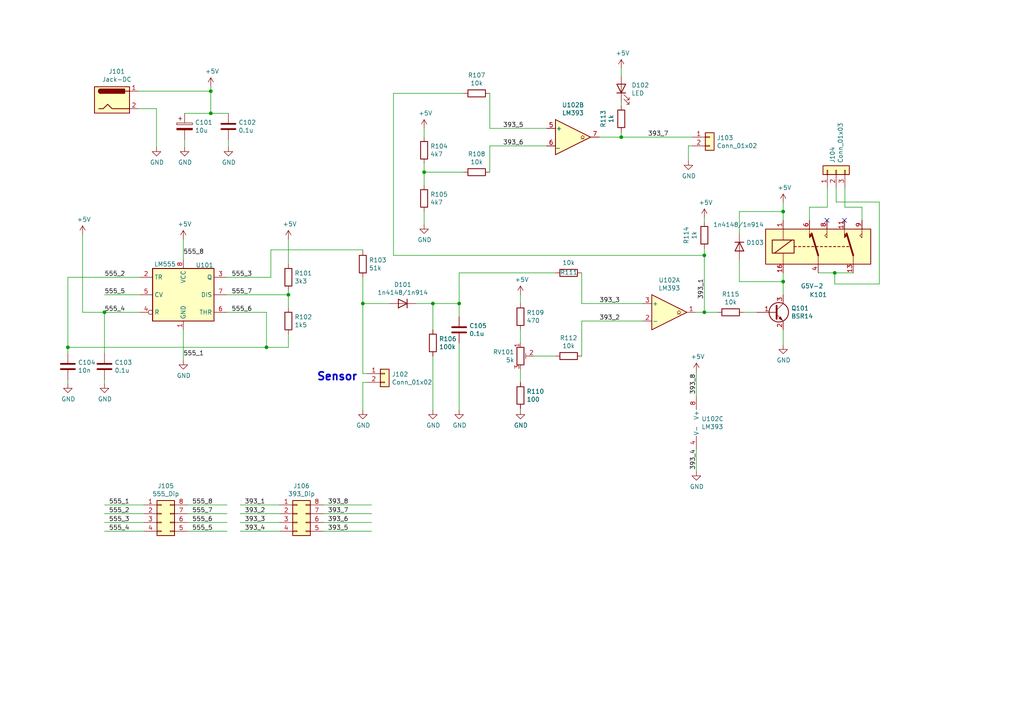
<source format=kicad_sch>
(kicad_sch (version 20211123) (generator eeschema)
  (paper "A4")
  (title_block (title "Water leak detector") (date "2023-04-04") (rev "V1.2") (company "ENT/CNPEM") (comment 1 "SEI - Electronic Systems and Instrumentation Group"))
  (lib_symbols
    (symbol "sensor_vazamento_racks_SMD-rescue:+5V-power" (power) (pin_names (offset 0))
      (property "Value" "+5V-power" (at 0 3.556 0))
      (symbol "+5V-power_0_1"
        (polyline (pts (xy -0.762 1.27) (xy 0 2.54)))
        (polyline (pts (xy 0 0) (xy 0 2.54)))
        (polyline (pts (xy 0 2.54) (xy 0.762 1.27)))
      )
      (symbol "+5V-power_1_1"
        (pin power_in line (at 0 0 90) (length 0) hide (name "+5V") (number "1"))
      )
    )
    (symbol "sensor_vazamento_racks_SMD-rescue:C-Device" (pin_numbers hide) (pin_names (offset 0.254))
      (property "Reference" "C" (at 0.635 2.54 0))
      (property "Value" "C-Device" (at 0.635 -2.54 0))
      (symbol "C-Device_0_1"
        (polyline (pts (xy -2.032 -0.762) (xy 2.032 -0.762)) (stroke (width 0.508)))
        (polyline (pts (xy -2.032 0.762) (xy 2.032 0.762)) (stroke (width 0.508)))
      )
      (symbol "C-Device_1_1"
        (pin passive line (at 0 3.81 270) (length 2.794) (name "~") (number "1"))
        (pin passive line (at 0 -3.81 90) (length 2.794) (name "~") (number "2"))
      )
    )
    (symbol "sensor_vazamento_racks_SMD-rescue:CP-Device" (pin_numbers hide) (pin_names (offset 0.254))
      (property "Reference" "C" (at 0.635 2.54 0))
      (property "Value" "CP-Device" (at 0.635 -2.54 0))
      (symbol "CP-Device_0_1"
        (rectangle (start -2.286 0.508) (end 2.286 1.016))
        (polyline (pts (xy -1.778 2.286) (xy -0.762 2.286)))
        (polyline (pts (xy -1.27 2.794) (xy -1.27 1.778)))
        (rectangle (start 2.286 -0.508) (end -2.286 -1.016) (fill (type outline)))
      )
      (symbol "CP-Device_1_1"
        (pin passive line (at 0 3.81 270) (length 2.794) (name "~") (number "1"))
        (pin passive line (at 0 -3.81 90) (length 2.794) (name "~") (number "2"))
      )
    )
    (symbol "sensor_vazamento_racks_SMD-rescue:Conn_01x02-Connector_Generic" (pin_names (offset 1.016) hide)
      (property "Reference" "J" (at 0 2.54 0))
      (property "Value" "Conn_01x02-Connector_Generic" (at 0 -5.08 0))
      (symbol "Conn_01x02-Connector_Generic_1_1"
        (rectangle (start -1.27 -2.413) (end 0 -2.667) (stroke (width 0.1524)))
        (rectangle (start -1.27 0.127) (end 0 -0.127) (stroke (width 0.1524)))
        (rectangle (start -1.27 1.27) (end 1.27 -3.81) (stroke (width 0.254)) (fill (type background)))
        (pin passive line (at -5.08 0 0) (length 3.81) (name "Pin_1") (number "1"))
        (pin passive line (at -5.08 -2.54 0) (length 3.81) (name "Pin_2") (number "2"))
      )
    )
    (symbol "sensor_vazamento_racks_SMD-rescue:Conn_01x03-Connector_Generic" (pin_names (offset 1.016) hide)
      (property "Reference" "J" (at 0 5.08 0))
      (property "Value" "Conn_01x03-Connector_Generic" (at 0 -5.08 0))
      (symbol "Conn_01x03-Connector_Generic_1_1"
        (rectangle (start -1.27 -2.413) (end 0 -2.667) (stroke (width 0.1524)))
        (rectangle (start -1.27 0.127) (end 0 -0.127) (stroke (width 0.1524)))
        (rectangle (start -1.27 2.667) (end 0 2.413) (stroke (width 0.1524)))
        (rectangle (start -1.27 3.81) (end 1.27 -3.81) (stroke (width 0.254)) (fill (type background)))
        (pin passive line (at -5.08 2.54 0) (length 3.81) (name "Pin_1") (number "1"))
        (pin passive line (at -5.08 0 0) (length 3.81) (name "Pin_2") (number "2"))
        (pin passive line (at -5.08 -2.54 0) (length 3.81) (name "Pin_3") (number "3"))
      )
    )
    (symbol "sensor_vazamento_racks_SMD-rescue:Conn_02x04_Counter_Clockwise-Connector_Generic" (pin_names (offset 1.016) hide)
      (property "Reference" "J" (at 1.27 5.08 0))
      (property "Value" "Conn_02x04_Counter_Clockwise-Connector_Generic" (at 1.27 -7.62 0))
      (symbol "Conn_02x04_Counter_Clockwise-Connector_Generic_1_1"
        (rectangle (start -1.27 -4.953) (end 0 -5.207) (stroke (width 0.1524)))
        (rectangle (start -1.27 -2.413) (end 0 -2.667) (stroke (width 0.1524)))
        (rectangle (start -1.27 0.127) (end 0 -0.127) (stroke (width 0.1524)))
        (rectangle (start -1.27 2.667) (end 0 2.413) (stroke (width 0.1524)))
        (rectangle (start -1.27 3.81) (end 3.81 -6.35) (stroke (width 0.254)) (fill (type background)))
        (rectangle (start 3.81 -4.953) (end 2.54 -5.207) (stroke (width 0.1524)))
        (rectangle (start 3.81 -2.413) (end 2.54 -2.667) (stroke (width 0.1524)))
        (rectangle (start 3.81 0.127) (end 2.54 -0.127) (stroke (width 0.1524)))
        (rectangle (start 3.81 2.667) (end 2.54 2.413) (stroke (width 0.1524)))
        (pin passive line (at -5.08 2.54 0) (length 3.81) (name "Pin_1") (number "1"))
        (pin passive line (at -5.08 0 0) (length 3.81) (name "Pin_2") (number "2"))
        (pin passive line (at -5.08 -2.54 0) (length 3.81) (name "Pin_3") (number "3"))
        (pin passive line (at -5.08 -5.08 0) (length 3.81) (name "Pin_4") (number "4"))
        (pin passive line (at 7.62 -5.08 180) (length 3.81) (name "Pin_5") (number "5"))
        (pin passive line (at 7.62 -2.54 180) (length 3.81) (name "Pin_6") (number "6"))
        (pin passive line (at 7.62 0 180) (length 3.81) (name "Pin_7") (number "7"))
        (pin passive line (at 7.62 2.54 180) (length 3.81) (name "Pin_8") (number "8"))
      )
    )
    (symbol "sensor_vazamento_racks_SMD-rescue:D-Device" (pin_numbers hide) (pin_names (offset 1.016) hide)
      (property "Reference" "D" (at 0 2.54 0))
      (property "Value" "D-Device" (at 0 -2.54 0))
      (symbol "D-Device_0_1"
        (polyline (pts (xy -1.27 1.27) (xy -1.27 -1.27)) (stroke (width 0.254)))
        (polyline (pts (xy 1.27 0) (xy -1.27 0)))
        (polyline (pts (xy 1.27 1.27) (xy 1.27 -1.27) (xy -1.27 0) (xy 1.27 1.27)) (stroke (width 0.254)))
      )
      (symbol "D-Device_1_1"
        (pin passive line (at -3.81 0 0) (length 2.54) (name "K") (number "1"))
        (pin passive line (at 3.81 0 180) (length 2.54) (name "A") (number "2"))
      )
    )
    (symbol "sensor_vazamento_racks_SMD-rescue:G5V-2-Relay"
      (property "Reference" "K" (at 16.51 3.81 0))
      (property "Value" "G5V-2-Relay" (at 16.51 1.27 0))
      (symbol "G5V-2-Relay_0_1"
        (rectangle (start -15.24 5.08) (end 15.24 -5.08) (stroke (width 0.254)) (fill (type background)))
        (rectangle (start -13.335 1.905) (end -6.985 -1.905) (stroke (width 0.254)))
        (polyline (pts (xy -12.7 -1.905) (xy -7.62 1.905)) (stroke (width 0.254)))
        (polyline (pts (xy -10.16 -5.08) (xy -10.16 -1.905)))
        (polyline (pts (xy -10.16 5.08) (xy -10.16 1.905)))
        (polyline (pts (xy -6.985 0) (xy -6.35 0)) (stroke (width 0.254)))
        (polyline (pts (xy -5.715 0) (xy -5.08 0)) (stroke (width 0.254)))
        (polyline (pts (xy -4.445 0) (xy -3.81 0)) (stroke (width 0.254)))
        (polyline (pts (xy -3.175 0) (xy -2.54 0)) (stroke (width 0.254)))
        (polyline (pts (xy -1.905 0) (xy -1.27 0)) (stroke (width 0.254)))
        (polyline (pts (xy -0.635 0) (xy 0 0)) (stroke (width 0.254)))
        (polyline (pts (xy 0 -2.54) (xy -1.905 3.81)) (stroke (width 0.508)))
        (polyline (pts (xy 0 -2.54) (xy 0 -5.08)))
        (polyline (pts (xy 0.635 0) (xy 1.27 0)) (stroke (width 0.254)))
        (polyline (pts (xy 1.905 0) (xy 2.54 0)) (stroke (width 0.254)))
        (polyline (pts (xy 3.175 0) (xy 3.81 0)) (stroke (width 0.254)))
        (polyline (pts (xy 4.445 0) (xy 5.08 0)) (stroke (width 0.254)))
        (polyline (pts (xy 5.715 0) (xy 6.35 0)) (stroke (width 0.254)))
        (polyline (pts (xy 6.985 0) (xy 7.62 0)) (stroke (width 0.254)))
        (polyline (pts (xy 8.255 0) (xy 8.89 0)) (stroke (width 0.254)))
        (polyline (pts (xy 10.16 -2.54) (xy 8.255 3.81)) (stroke (width 0.508)))
        (polyline (pts (xy 10.16 -2.54) (xy 10.16 -5.08)))
        (polyline (pts (xy -2.54 5.08) (xy -2.54 2.54) (xy -1.905 3.175) (xy -2.54 3.81)) (fill (type outline)))
        (polyline (pts (xy 2.54 5.08) (xy 2.54 2.54) (xy 1.905 3.175) (xy 2.54 3.81)))
        (polyline (pts (xy 7.62 5.08) (xy 7.62 2.54) (xy 8.255 3.175) (xy 7.62 3.81)) (fill (type outline)))
        (polyline (pts (xy 12.7 5.08) (xy 12.7 2.54) (xy 12.065 3.175) (xy 12.7 3.81)))
      )
      (symbol "G5V-2-Relay_1_1"
        (pin passive line (at -10.16 7.62 270) (length 2.54) (name "~") (number "1"))
        (pin passive line (at 7.62 7.62 270) (length 2.54) (name "~") (number "11"))
        (pin passive line (at 10.16 -7.62 90) (length 2.54) (name "~") (number "13"))
        (pin passive line (at -10.16 -7.62 90) (length 2.54) (name "~") (number "16"))
        (pin passive line (at 0 -7.62 90) (length 2.54) (name "~") (number "4"))
        (pin passive line (at -2.54 7.62 270) (length 2.54) (name "~") (number "6"))
        (pin passive line (at 2.54 7.62 270) (length 2.54) (name "~") (number "8"))
        (pin passive line (at 12.7 7.62 270) (length 2.54) (name "~") (number "9"))
      )
    )
    (symbol "sensor_vazamento_racks_SMD-rescue:GND-power" (power) (pin_names (offset 0))
      (property "Value" "GND-power" (at 0 -3.81 0))
      (symbol "GND-power_0_1"
        (polyline (pts (xy 0 0) (xy 0 -1.27) (xy 1.27 -1.27) (xy 0 -2.54) (xy -1.27 -1.27) (xy 0 -1.27)))
      )
      (symbol "GND-power_1_1"
        (pin power_in line (at 0 0 270) (length 0) hide (name "GND") (number "1"))
      )
    )
    (symbol "sensor_vazamento_racks_SMD-rescue:Jack-DC-Connector" (pin_names (offset 1.016))
      (property "Reference" "J" (at 0 5.334 0))
      (property "Value" "Jack-DC-Connector" (at 0 -5.08 0))
      (symbol "Jack-DC-Connector_0_1"
        (rectangle (start -5.08 3.81) (end 5.08 -3.81) (stroke (width 0.254)) (fill (type background)))
        (arc (start -3.302 3.175) (mid -3.937 2.54) (end -3.302 1.905) (stroke (width 0.254)))
        (arc (start -3.302 3.175) (mid -3.937 2.54) (end -3.302 1.905) (stroke (width 0.254)) (fill (type outline)))
        (polyline (pts (xy 5.08 2.54) (xy 3.81 2.54)) (stroke (width 0.254)))
        (polyline (pts (xy -3.81 -2.54) (xy -2.54 -2.54) (xy -1.27 -1.27) (xy 0 -2.54) (xy 2.54 -2.54) (xy 5.08 -2.54)) (stroke (width 0.254)))
        (rectangle (start 3.683 3.175) (end -3.302 1.905) (stroke (width 0.254)) (fill (type outline)))
      )
      (symbol "Jack-DC-Connector_1_1"
        (pin passive line (at 7.62 2.54 180) (length 2.54) (name "~") (number "1"))
        (pin passive line (at 7.62 -2.54 180) (length 2.54) (name "~") (number "2"))
      )
    )
    (symbol "sensor_vazamento_racks_SMD-rescue:LED-Device" (pin_numbers hide) (pin_names (offset 1.016) hide)
      (property "Reference" "D" (at 0 2.54 0))
      (property "Value" "LED-Device" (at 0 -2.54 0))
      (symbol "LED-Device_0_1"
        (polyline (pts (xy -1.27 -1.27) (xy -1.27 1.27)) (stroke (width 0.254)))
        (polyline (pts (xy -1.27 0) (xy 1.27 0)))
        (polyline (pts (xy 1.27 -1.27) (xy 1.27 1.27) (xy -1.27 0) (xy 1.27 -1.27)) (stroke (width 0.254)))
        (polyline (pts (xy -3.048 -0.762) (xy -4.572 -2.286) (xy -3.81 -2.286) (xy -4.572 -2.286) (xy -4.572 -1.524)))
        (polyline (pts (xy -1.778 -0.762) (xy -3.302 -2.286) (xy -2.54 -2.286) (xy -3.302 -2.286) (xy -3.302 -1.524)))
      )
      (symbol "LED-Device_1_1"
        (pin passive line (at -3.81 0 0) (length 2.54) (name "K") (number "1"))
        (pin passive line (at 3.81 0 180) (length 2.54) (name "A") (number "2"))
      )
    )
    (symbol "sensor_vazamento_racks_SMD-rescue:LM393-Comparator" (pin_names (offset 0.127))
      (property "Reference" "U" (at 3.81 3.81 0))
      (property "Value" "LM393-Comparator" (at 6.35 -3.81 0))
      (symbol "LM393-Comparator_1_1"
        (polyline (pts (xy -5.08 5.08) (xy 5.08 0) (xy -5.08 -5.08) (xy -5.08 5.08)) (stroke (width 0.254)) (fill (type background)))
        (polyline (pts (xy 3.302 -0.508) (xy 2.794 -0.508) (xy 3.302 0) (xy 2.794 0.508) (xy 2.286 0) (xy 2.794 -0.508) (xy 2.286 -0.508)) (stroke (width 0.127)))
        (pin open_collector line (at 7.62 0 180) (length 2.54) (name "~") (number "1"))
        (pin input line (at -7.62 -2.54 0) (length 2.54) (name "-") (number "2"))
        (pin input line (at -7.62 2.54 0) (length 2.54) (name "+") (number "3"))
      )
      (symbol "LM393-Comparator_2_1"
        (polyline (pts (xy -5.08 5.08) (xy 5.08 0) (xy -5.08 -5.08) (xy -5.08 5.08)) (stroke (width 0.254)) (fill (type background)))
        (polyline (pts (xy 3.302 -0.508) (xy 2.794 -0.508) (xy 3.302 0) (xy 2.794 0.508) (xy 2.286 0) (xy 2.794 -0.508) (xy 2.286 -0.508)) (stroke (width 0.127)))
        (pin input line (at -7.62 2.54 0) (length 2.54) (name "+") (number "5"))
        (pin input line (at -7.62 -2.54 0) (length 2.54) (name "_") (number "6"))
        (pin open_collector line (at 7.62 0 180) (length 2.54) (name "~") (number "7"))
      )
      (symbol "LM393-Comparator_3_1"
        (pin power_in line (at -2.54 -7.62 90) (length 3.81) (name "V-") (number "4"))
        (pin power_in line (at -2.54 7.62 270) (length 3.81) (name "V+") (number "8"))
      )
    )
    (symbol "sensor_vazamento_racks_SMD-rescue:LM555xM-Timer"
      (property "Reference" "U" (at -10.16 8.89 0))
      (property "Value" "LM555xM-Timer" (at 2.54 8.89 0))
      (symbol "LM555xM-Timer_0_0"
        (pin power_in line (at 0 -10.16 90) (length 2.54) (name "GND") (number "1"))
        (pin power_in line (at 0 10.16 270) (length 2.54) (name "VCC") (number "8"))
      )
      (symbol "LM555xM-Timer_0_1"
        (rectangle (start -8.89 -7.62) (end 8.89 7.62) (stroke (width 0.254)) (fill (type background)))
        (rectangle (start -8.89 -7.62) (end 8.89 7.62) (stroke (width 0.254)) (fill (type background)))
      )
      (symbol "LM555xM-Timer_1_1"
        (pin input line (at -12.7 5.08 0) (length 3.81) (name "TR") (number "2"))
        (pin output line (at 12.7 5.08 180) (length 3.81) (name "Q") (number "3"))
        (pin input inverted (at -12.7 -5.08 0) (length 3.81) (name "R") (number "4"))
        (pin input line (at -12.7 0 0) (length 3.81) (name "CV") (number "5"))
        (pin input line (at 12.7 -5.08 180) (length 3.81) (name "THR") (number "6"))
        (pin input line (at 12.7 0 180) (length 3.81) (name "DIS") (number "7"))
      )
    )
    (symbol "sensor_vazamento_racks_SMD-rescue:Q_NPN_BEC-Device" (pin_names (offset 0) hide)
      (property "Reference" "Q" (at 5.08 1.27 0))
      (property "Value" "Q_NPN_BEC-Device" (at 5.08 -1.27 0))
      (symbol "Q_NPN_BEC-Device_0_1"
        (polyline (pts (xy 0.635 0.635) (xy 2.54 2.54)))
        (polyline (pts (xy 0.635 -0.635) (xy 2.54 -2.54) (xy 2.54 -2.54)))
        (polyline (pts (xy 0.635 1.905) (xy 0.635 -1.905) (xy 0.635 -1.905)) (stroke (width 0.508)))
        (polyline (pts (xy 1.27 -1.778) (xy 1.778 -1.27) (xy 2.286 -2.286) (xy 1.27 -1.778) (xy 1.27 -1.778)) (fill (type outline)))
        (circle (center 1.27 0) (radius 2.8194) (stroke (width 0.254)))
      )
      (symbol "Q_NPN_BEC-Device_1_1"
        (pin input line (at -5.08 0 0) (length 5.715) (name "B") (number "1"))
        (pin passive line (at 2.54 -5.08 90) (length 2.54) (name "E") (number "2"))
        (pin passive line (at 2.54 5.08 270) (length 2.54) (name "C") (number "3"))
      )
    )
    (symbol "sensor_vazamento_racks_SMD-rescue:R-Device" (pin_numbers hide) (pin_names (offset 0))
      (property "Reference" "R" (at 2.032 0 90))
      (property "Value" "R-Device" (at 0 0 90))
      (symbol "R-Device_0_1"
        (rectangle (start -1.016 -2.54) (end 1.016 2.54) (stroke (width 0.254)))
      )
      (symbol "R-Device_1_1"
        (pin passive line (at 0 3.81 270) (length 1.27) (name "~") (number "1"))
        (pin passive line (at 0 -3.81 90) (length 1.27) (name "~") (number "2"))
      )
    )
    (symbol "sensor_vazamento_racks_SMD-rescue:R_POT_TRIM-Device" (pin_names (offset 1.016) hide)
      (property "Reference" "RV" (at -4.445 0 90))
      (property "Value" "R_POT_TRIM-Device" (at -2.54 0 90))
      (symbol "R_POT_TRIM-Device_0_1"
        (polyline (pts (xy 1.524 0.762) (xy 1.524 -0.762)))
        (polyline (pts (xy 2.54 0) (xy 1.524 0)))
        (rectangle (start 1.016 2.54) (end -1.016 -2.54) (stroke (width 0.254)))
      )
      (symbol "R_POT_TRIM-Device_1_1"
        (pin passive line (at 0 3.81 270) (length 1.27) (name "1") (number "1"))
        (pin passive line (at 3.81 0 180) (length 1.27) (name "2") (number "2"))
        (pin passive line (at 0 -3.81 90) (length 1.27) (name "3") (number "3"))
      )
    )
  )
  (junction (at 180.1876 39.7764))
  (junction (at 204.2922 74.0664))
  (junction (at 61.1378 32.8676))
  (junction (at 105.2322 88.0364))
  (junction (at 61.1378 26.4414))
  (junction (at 227.1522 81.6864))
  (junction (at 19.685 100.7364))
  (junction (at 204.2922 90.5764))
  (junction (at 227.1522 61.3664))
  (junction (at 123.0122 49.9364))
  (junction (at 133.1722 88.0364))
  (junction (at 83.6422 85.4964))
  (junction (at 125.5522 88.0364))
  (junction (at 242.1128 79.1464))
  (junction (at 77.2922 100.7364))
  (junction (at 30.3022 90.5764))
  (no_connect (at 239.8522 63.9064))
  (no_connect (at 244.9322 63.9064))
  (wire (pts (xy 150.9522 118.9736) (xy 150.9522 118.5164)))
  (wire (pts (xy 180.1876 38.2778) (xy 180.1876 39.7764)))
  (wire (pts (xy 215.7222 90.5764) (xy 219.5322 90.5764)))
  (wire (pts (xy 77.2922 100.7364) (xy 83.6422 100.7364)))
  (wire (pts (xy 53.1622 75.3364) (xy 53.1622 69.3928)))
  (wire (pts (xy 201.9808 115.0366) (xy 201.9808 107.8484)))
  (wire (pts (xy 125.5522 103.2764) (xy 125.5522 118.9736)))
  (wire (pts (xy 123.0122 49.9364) (xy 123.0122 53.7464)))
  (wire (pts (xy 133.1722 99.4664) (xy 133.1722 118.9736)))
  (wire (pts (xy 40.1066 26.4414) (xy 61.1378 26.4414)))
  (wire (pts (xy 19.685 100.7364) (xy 77.2922 100.7364)))
  (wire (pts (xy 69.6722 146.4564) (xy 81.1022 146.4564)))
  (wire (pts (xy 105.2322 88.0364) (xy 105.2322 108.3564)))
  (wire (pts (xy 93.8022 148.9964) (xy 107.7722 148.9964)))
  (wire (pts (xy 61.1378 26.4414) (xy 61.1378 32.8676)))
  (wire (pts (xy 61.1378 26.4414) (xy 61.1378 25.0698)))
  (wire (pts (xy 83.6422 96.9264) (xy 83.6422 100.7364)))
  (wire (pts (xy 125.5522 88.0364) (xy 125.5522 95.6564)))
  (wire (pts (xy 83.6422 69.3928) (xy 83.6422 76.6064)))
  (wire (pts (xy 242.5192 58.5978) (xy 255.0414 58.5978)))
  (wire (pts (xy 19.685 80.4164) (xy 40.4622 80.4164)))
  (wire (pts (xy 234.7722 60.0964) (xy 239.9792 60.0964)))
  (wire (pts (xy 242.1128 82.3722) (xy 242.1128 79.1464)))
  (wire (pts (xy 255.0414 58.5978) (xy 255.0414 82.3722)))
  (wire (pts (xy 61.1378 32.8676) (xy 66.2432 32.8676)))
  (wire (pts (xy 242.5192 54.4322) (xy 242.5192 58.5978)))
  (wire (pts (xy 239.9792 54.4322) (xy 239.9792 60.0964)))
  (wire (pts (xy 150.9522 107.0864) (xy 150.9522 110.8964)))
  (wire (pts (xy 237.3122 79.1464) (xy 242.1128 79.1464)))
  (wire (pts (xy 201.9808 130.2766) (xy 201.9808 136.7536)))
  (wire (pts (xy 30.3022 151.5364) (xy 41.7322 151.5364)))
  (wire (pts (xy 227.1522 61.3664) (xy 227.1522 63.9064)))
  (wire (pts (xy 120.6246 88.0364) (xy 125.5522 88.0364)))
  (wire (pts (xy 142.0622 42.3164) (xy 158.5722 42.3164)))
  (wire (pts (xy 168.7322 88.0364) (xy 186.5122 88.0364)))
  (wire (pts (xy 250.0122 63.9064) (xy 250.0122 60.0964)))
  (wire (pts (xy 204.2922 90.5764) (xy 208.1022 90.5764)))
  (wire (pts (xy 93.8022 151.5364) (xy 107.7722 151.5364)))
  (wire (pts (xy 106.5022 110.8964) (xy 105.2322 110.8964)))
  (wire (pts (xy 114.1222 74.0664) (xy 204.2922 74.0664)))
  (wire (pts (xy 30.3022 148.9964) (xy 41.7322 148.9964)))
  (wire (pts (xy 214.4522 75.3364) (xy 214.4522 81.6864)))
  (wire (pts (xy 227.1522 95.6564) (xy 227.1522 100.076)))
  (wire (pts (xy 45.3898 31.5214) (xy 40.1066 31.5214)))
  (wire (pts (xy 53.1622 95.6564) (xy 53.1622 104.5464)))
  (wire (pts (xy 123.0122 61.3664) (xy 123.0122 65.1764)))
  (wire (pts (xy 19.685 111.3536) (xy 19.685 110.109)))
  (wire (pts (xy 54.4322 154.0764) (xy 65.8622 154.0764)))
  (wire (pts (xy 54.4322 146.4564) (xy 65.8622 146.4564)))
  (wire (pts (xy 54.4322 151.5364) (xy 65.8622 151.5364)))
  (wire (pts (xy 168.7322 88.0364) (xy 168.7322 79.1464)))
  (wire (pts (xy 69.6722 154.0764) (xy 81.1022 154.0764)))
  (wire (pts (xy 242.1128 79.1464) (xy 247.4722 79.1464)))
  (wire (pts (xy 65.8622 80.4164) (xy 78.5622 80.4164)))
  (wire (pts (xy 154.7622 103.2764) (xy 161.1122 103.2764)))
  (wire (pts (xy 150.9522 85.4964) (xy 150.9522 88.0364)))
  (wire (pts (xy 199.6694 42.3164) (xy 199.6694 46.6598)))
  (wire (pts (xy 69.6722 151.5364) (xy 81.1022 151.5364)))
  (wire (pts (xy 214.4522 67.7164) (xy 214.4522 61.3664)))
  (wire (pts (xy 214.4522 61.3664) (xy 227.1522 61.3664)))
  (wire (pts (xy 105.2322 108.3564) (xy 106.5022 108.3564)))
  (wire (pts (xy 142.0622 49.9364) (xy 142.0622 42.3164)))
  (wire (pts (xy 227.1522 58.8264) (xy 227.1522 61.3664)))
  (wire (pts (xy 114.1222 74.0664) (xy 114.1222 27.0764)))
  (wire (pts (xy 53.5432 40.4876) (xy 53.5432 42.6974)))
  (wire (pts (xy 123.0122 37.2364) (xy 123.0122 39.7764)))
  (wire (pts (xy 204.2922 74.0664) (xy 204.2922 90.5764)))
  (wire (pts (xy 133.1722 88.0364) (xy 133.1722 79.1464)))
  (wire (pts (xy 23.9522 90.5764) (xy 30.3022 90.5764)))
  (wire (pts (xy 200.7616 42.3164) (xy 199.6694 42.3164)))
  (wire (pts (xy 133.1722 79.1464) (xy 161.1122 79.1464)))
  (wire (pts (xy 78.5622 72.4662) (xy 105.2322 72.4662)))
  (wire (pts (xy 19.685 100.7364) (xy 19.685 102.489)))
  (wire (pts (xy 30.3022 90.5764) (xy 30.3022 102.489)))
  (wire (pts (xy 30.3022 146.4564) (xy 41.7322 146.4564)))
  (wire (pts (xy 65.8622 90.5764) (xy 77.2922 90.5764)))
  (wire (pts (xy 250.0122 60.0964) (xy 245.0592 60.0964)))
  (wire (pts (xy 227.1522 79.1464) (xy 227.1522 81.6864)))
  (wire (pts (xy 77.2922 90.5764) (xy 77.2922 100.7364)))
  (wire (pts (xy 65.8622 85.4964) (xy 83.6422 85.4964)))
  (wire (pts (xy 83.6422 85.4964) (xy 83.6422 84.2264)))
  (wire (pts (xy 214.4522 81.6864) (xy 227.1522 81.6864)))
  (wire (pts (xy 245.0592 60.0964) (xy 245.0592 54.4322)))
  (wire (pts (xy 23.9522 68.0466) (xy 23.9522 90.5764)))
  (wire (pts (xy 204.2922 74.0664) (xy 204.2922 72.0344)))
  (wire (pts (xy 105.2322 80.4164) (xy 105.2322 88.0364)))
  (wire (pts (xy 134.4422 49.9364) (xy 123.0122 49.9364)))
  (wire (pts (xy 54.4322 148.9964) (xy 65.8622 148.9964)))
  (wire (pts (xy 255.0414 82.3722) (xy 242.1128 82.3722)))
  (wire (pts (xy 113.0046 88.0364) (xy 105.2322 88.0364)))
  (wire (pts (xy 180.1876 30.6578) (xy 180.1876 29.4894)))
  (wire (pts (xy 69.6722 148.9964) (xy 81.1022 148.9964)))
  (wire (pts (xy 66.2432 40.4876) (xy 66.2432 42.6974)))
  (wire (pts (xy 168.7322 103.2764) (xy 168.7322 93.1164)))
  (wire (pts (xy 30.3022 111.3536) (xy 30.3022 110.109)))
  (wire (pts (xy 30.3022 90.5764) (xy 40.4622 90.5764)))
  (wire (pts (xy 105.2322 110.8964) (xy 105.2322 118.9736)))
  (wire (pts (xy 53.5432 32.8676) (xy 61.1378 32.8676)))
  (wire (pts (xy 19.685 100.7364) (xy 19.685 80.4164)))
  (wire (pts (xy 150.9522 95.6564) (xy 150.9522 99.4664)))
  (wire (pts (xy 227.1522 81.6864) (xy 227.1522 85.4964)))
  (wire (pts (xy 234.7722 63.9064) (xy 234.7722 60.0964)))
  (wire (pts (xy 78.5622 80.4164) (xy 78.5622 72.4662)))
  (wire (pts (xy 201.7522 90.5764) (xy 204.2922 90.5764)))
  (wire (pts (xy 168.7322 93.1164) (xy 186.5122 93.1164)))
  (wire (pts (xy 180.1876 21.8694) (xy 180.1876 19.812)))
  (wire (pts (xy 173.8122 39.7764) (xy 180.1876 39.7764)))
  (wire (pts (xy 142.0622 27.0764) (xy 142.0622 37.2364)))
  (wire (pts (xy 93.8022 146.4564) (xy 107.7722 146.4564)))
  (wire (pts (xy 125.5522 88.0364) (xy 133.1722 88.0364)))
  (wire (pts (xy 30.3022 154.0764) (xy 41.7322 154.0764)))
  (wire (pts (xy 114.1222 27.0764) (xy 134.4422 27.0764)))
  (wire (pts (xy 83.6422 85.4964) (xy 83.6422 89.3064)))
  (wire (pts (xy 123.0122 47.3964) (xy 123.0122 49.9364)))
  (wire (pts (xy 45.3898 42.6974) (xy 45.3898 31.5214)))
  (wire (pts (xy 133.1722 91.8464) (xy 133.1722 88.0364)))
  (wire (pts (xy 105.2322 72.4662) (xy 105.2322 72.7964)))
  (wire (pts (xy 200.7616 39.7764) (xy 180.1876 39.7764)))
  (wire (pts (xy 142.0622 37.2364) (xy 158.5722 37.2364)))
  (wire (pts (xy 93.8022 154.0764) (xy 107.7722 154.0764)))
  (wire (pts (xy 204.2922 64.4144) (xy 204.2922 63.1444)))
  (wire (pts (xy 30.3022 85.4964) (xy 40.4622 85.4964)))
  (text "Sensor" (at 91.7956 110.6678 0) (effects (font (size 2.2606 2.2606) (thickness 0.4521) bold) (justify left bottom)))
  (label "393_3" (at 173.8122 88.0364 0))
  (label "555_5" (at 30.3022 85.4964 0))
  (label "393_4" (at 201.9808 130.2766 270))
  (label "393_8" (at 95.0722 146.4564 0))
  (label "393_1" (at 70.9422 146.4564 0))
  (label "555_8" (at 55.7022 146.4564 0))
  (label "555_3" (at 31.5722 151.5364 0))
  (label "393_6" (at 145.8722 42.3164 0))
  (label "555_7" (at 55.7022 148.9964 0))
  (label "393_3" (at 70.9422 151.5364 0))
  (label "555_4" (at 31.5722 154.0764 0))
  (label "555_8" (at 53.1622 74.0156 0))
  (label "393_8" (at 201.9808 108.3818 270))
  (label "393_4" (at 70.9422 154.0764 0))
  (label "555_3" (at 67.1322 80.4164 0))
  (label "555_6" (at 67.1322 90.5764 0))
  (label "393_1" (at 204.2922 86.7664 90))
  (label "555_5" (at 55.7022 154.0764 0))
  (label "555_4" (at 30.3022 90.5764 0))
  (label "393_5" (at 95.0722 154.0764 0))
  (label "555_6" (at 55.7022 151.5364 0))
  (label "555_1" (at 53.1622 103.4796 0))
  (label "393_2" (at 173.8122 93.1164 0))
  (label "555_7" (at 67.1322 85.4964 0))
  (label "393_6" (at 95.0722 151.5364 0))
  (label "393_7" (at 95.0722 148.9964 0))
  (label "555_1" (at 31.5722 146.4564 0))
  (label "393_7" (at 187.9092 39.7764 0))
  (label "393_5" (at 145.8722 37.2364 0))
  (label "393_2" (at 70.9422 148.9964 0))
  (label "555_2" (at 31.5722 148.9964 0))
  (label "555_2" (at 30.3022 80.4164 0))
  (symbol (lib_id "sensor_vazamento_racks_SMD-rescue:LM555xM-Timer") (at 53.1622 85.4964 0) (unit 1)
    (property "Reference" "U101" (at 59.3344 76.9112 0))
    (property "Value" "LM555" (at 47.8536 76.6318 0))
    (property "Footprint" "Package_SO:SOIC-8_3.9x4.9mm_P1.27mm" (effects hide))
    (property "Datasheet" "http://www.ti.com/lit/ds/symlink/lm555.pdf" (effects hide))
  )
  (symbol (lib_id "sensor_vazamento_racks_SMD-rescue:D-Device") (at 116.8146 88.0364 180) (unit 1)
    (property "Reference" "D101" (at 116.8146 82.55 0))
    (property "Value" "1n4148/1n914" (at 116.8146 84.8614 0))
    (property "Footprint" "Diode_SMD:D_0805_2012Metric_Pad1.15x1.40mm_HandSolder" (effects hide))
  )
  (symbol (lib_id "sensor_vazamento_racks_SMD-rescue:C-Device") (at 19.685 106.299 0) (unit 1)
    (property "Reference" "C104" (at 22.606 105.1306 0) (effects (justify left)))
    (property "Value" "10n" (at 22.606 107.442 0) (effects (justify left)))
    (property "Footprint" "Capacitor_SMD:C_0805_2012Metric_Pad1.15x1.40mm_HandSolder" (effects hide))
  )
  (symbol (lib_id "sensor_vazamento_racks_SMD-rescue:C-Device") (at 30.3022 106.299 0) (unit 1)
    (property "Reference" "C103" (at 33.2232 105.1306 0) (effects (justify left)))
    (property "Value" "0.1u" (at 33.2232 107.442 0) (effects (justify left)))
    (property "Footprint" "Capacitor_SMD:C_0805_2012Metric_Pad1.15x1.40mm_HandSolder" (effects hide))
  )
  (symbol (lib_id "sensor_vazamento_racks_SMD-rescue:R-Device") (at 83.6422 93.1164 0) (unit 1)
    (property "Reference" "R102" (at 85.4202 91.948 0) (effects (justify left)))
    (property "Value" "1k5" (at 85.4202 94.2594 0) (effects (justify left)))
    (property "Footprint" "Resistor_SMD:R_0805_2012Metric_Pad1.15x1.40mm_HandSolder" (effects hide))
  )
  (symbol (lib_id "sensor_vazamento_racks_SMD-rescue:R-Device") (at 83.6422 80.4164 0) (unit 1)
    (property "Reference" "R101" (at 85.4202 79.248 0) (effects (justify left)))
    (property "Value" "3k3" (at 85.4202 81.5594 0) (effects (justify left)))
    (property "Footprint" "Resistor_SMD:R_0805_2012Metric_Pad1.15x1.40mm_HandSolder" (effects hide))
  )
  (symbol (lib_id "sensor_vazamento_racks_SMD-rescue:C-Device") (at 133.1722 95.6564 0) (unit 1)
    (property "Reference" "C105" (at 136.0932 94.488 0) (effects (justify left)))
    (property "Value" "0.1u" (at 136.0932 96.7994 0) (effects (justify left)))
    (property "Footprint" "Capacitor_SMD:C_0805_2012Metric_Pad1.15x1.40mm_HandSolder" (effects hide))
  )
  (symbol (lib_id "sensor_vazamento_racks_SMD-rescue:GND-power") (at 53.1622 104.5464 0) (unit 1)
    (property "Reference" "#PWR04" (effects hide))
    (property "Value" "GND" (at 53.2892 108.9406 0))
  )
  (symbol (lib_id "sensor_vazamento_racks_SMD-rescue:+5V-power") (at 23.9522 68.0466 0) (unit 1)
    (property "Reference" "#PWR02" (effects hide))
    (property "Value" "+5V" (at 24.3332 63.6524 0))
  )
  (symbol (lib_id "sensor_vazamento_racks_SMD-rescue:R-Device") (at 105.2322 76.6064 0) (unit 1)
    (property "Reference" "R103" (at 107.0102 75.438 0) (effects (justify left)))
    (property "Value" "51k" (at 107.0102 77.7494 0) (effects (justify left)))
    (property "Footprint" "Resistor_SMD:R_0805_2012Metric_Pad1.15x1.40mm_HandSolder" (effects hide))
  )
  (symbol (lib_id "sensor_vazamento_racks_SMD-rescue:Conn_01x02-Connector_Generic") (at 111.5822 108.3564 0) (unit 1)
    (property "Reference" "J102" (at 113.6142 108.5596 0) (effects (justify left)))
    (property "Value" "Conn_01x02" (at 113.6142 110.871 0) (effects (justify left)))
    (property "Footprint" "Connector_PinHeader_2.54mm:PinHeader_1x02_P2.54mm_Vertical" (effects hide))
  )
  (symbol (lib_id "sensor_vazamento_racks_SMD-rescue:LM393-Comparator") (at 194.1322 90.5764 0) (unit 1)
    (property "Reference" "U102" (at 194.1322 81.2546 0))
    (property "Value" "LM393" (at 194.1322 83.566 0))
    (property "Footprint" "Package_SO:SOIC-8_3.9x4.9mm_P1.27mm" (effects hide))
    (property "Datasheet" "http://www.ti.com/lit/ds/symlink/lm393-n.pdf" (effects hide))
  )
  (symbol (lib_id "sensor_vazamento_racks_SMD-rescue:LM393-Comparator") (at 166.1922 39.7764 0) (unit 2)
    (property "Reference" "U102" (at 166.1922 30.4546 0))
    (property "Value" "LM393" (at 166.1922 32.766 0))
    (property "Footprint" "Package_SO:SOIC-8_3.9x4.9mm_P1.27mm" (effects hide))
    (property "Datasheet" "http://www.ti.com/lit/ds/symlink/lm393-n.pdf" (effects hide))
  )
  (symbol (lib_id "sensor_vazamento_racks_SMD-rescue:LM393-Comparator") (at 204.5208 122.6566 0) (unit 3)
    (property "Reference" "U102" (at 203.454 121.4882 0) (effects (justify left)))
    (property "Value" "LM393" (at 203.454 123.7996 0) (effects (justify left)))
    (property "Footprint" "Package_SO:SOIC-8_3.9x4.9mm_P1.27mm" (effects hide))
    (property "Datasheet" "http://www.ti.com/lit/ds/symlink/lm393-n.pdf" (effects hide))
  )
  (symbol (lib_id "sensor_vazamento_racks_SMD-rescue:R_POT_TRIM-Device") (at 150.9522 103.2764 0) (unit 1)
    (property "Reference" "RV101" (at 149.1742 102.108 0) (effects (justify right)))
    (property "Value" "5k" (at 149.1742 104.4194 0) (effects (justify right)))
    (property "Footprint" "Potentiometer_THT:Potentiometer_Bourns_3266Y_Vertical" (effects hide))
  )
  (symbol (lib_id "sensor_vazamento_racks_SMD-rescue:R-Device") (at 150.9522 114.7064 0) (unit 1)
    (property "Reference" "R110" (at 152.7302 113.538 0) (effects (justify left)))
    (property "Value" "100" (at 152.7302 115.8494 0) (effects (justify left)))
    (property "Footprint" "Resistor_SMD:R_0805_2012Metric_Pad1.15x1.40mm_HandSolder" (effects hide))
  )
  (symbol (lib_id "sensor_vazamento_racks_SMD-rescue:R-Device") (at 150.9522 91.8464 0) (unit 1)
    (property "Reference" "R109" (at 152.7302 90.678 0) (effects (justify left)))
    (property "Value" "470" (at 152.7302 92.9894 0) (effects (justify left)))
    (property "Footprint" "Resistor_SMD:R_0805_2012Metric_Pad1.15x1.40mm_HandSolder" (effects hide))
  )
  (symbol (lib_id "sensor_vazamento_racks_SMD-rescue:R-Device") (at 164.9222 103.2764 270) (unit 1)
    (property "Reference" "R112" (at 164.9222 98.0186 90))
    (property "Value" "10k" (at 164.9222 100.33 90))
    (property "Footprint" "Resistor_SMD:R_0805_2012Metric_Pad1.15x1.40mm_HandSolder" (effects hide))
  )
  (symbol (lib_id "sensor_vazamento_racks_SMD-rescue:R-Device") (at 164.9222 79.1464 270) (unit 1)
    (property "Reference" "R111" (at 164.9984 78.994 90))
    (property "Value" "10k" (at 164.9222 76.2 90))
    (property "Footprint" "Resistor_SMD:R_0805_2012Metric_Pad1.15x1.40mm_HandSolder" (effects hide))
  )
  (symbol (lib_id "sensor_vazamento_racks_SMD-rescue:R-Device") (at 204.2922 68.2244 0) (unit 1)
    (property "Reference" "R114" (at 199.0344 68.2244 90))
    (property "Value" "1k" (at 201.3458 68.2244 90))
    (property "Footprint" "Resistor_SMD:R_0805_2012Metric_Pad1.15x1.40mm_HandSolder" (effects hide))
  )
  (symbol (lib_id "sensor_vazamento_racks_SMD-rescue:+5V-power") (at 150.9522 85.4964 0) (unit 1)
    (property "Reference" "#PWR07" (effects hide))
    (property "Value" "+5V" (at 151.3332 81.1022 0))
  )
  (symbol (lib_id "sensor_vazamento_racks_SMD-rescue:R-Device") (at 211.9122 90.5764 270) (unit 1)
    (property "Reference" "R115" (at 211.9122 85.3186 90))
    (property "Value" "10k" (at 211.9122 87.63 90))
    (property "Footprint" "Resistor_SMD:R_0805_2012Metric_Pad1.15x1.40mm_HandSolder" (effects hide))
  )
  (symbol (lib_id "sensor_vazamento_racks_SMD-rescue:+5V-power") (at 227.1522 58.8264 0) (unit 1)
    (property "Reference" "#PWR09" (effects hide))
    (property "Value" "+5V" (at 227.5332 54.4322 0))
  )
  (symbol (lib_id "sensor_vazamento_racks_SMD-rescue:D-Device") (at 214.4522 71.5264 270) (unit 1)
    (property "Reference" "D103" (at 216.4588 70.358 90) (effects (justify left)))
    (property "Value" "1n4148/1n914" (at 206.8322 65.1764 90) (effects (justify left)))
    (property "Footprint" "Diode_SMD:D_0805_2012Metric_Pad1.15x1.40mm_HandSolder" (effects hide))
  )
  (symbol (lib_id "sensor_vazamento_racks_SMD-rescue:G5V-2-Relay") (at 237.3122 71.5264 0) (unit 1)
    (property "Reference" "K101" (at 234.7722 85.4964 0) (effects (justify left)))
    (property "Value" "G5V-2" (at 232.2322 82.9564 0) (effects (justify left)))
    (property "Footprint" "Package_DIP:DIP-16_W7.62mm_LongPads" (effects hide))
    (property "Datasheet" "http://omronfs.omron.com/en_US/ecb/products/pdf/en-g5v_2.pdf" (effects hide))
  )
  (symbol (lib_id "sensor_vazamento_racks_SMD-rescue:R-Device") (at 123.0122 43.5864 0) (unit 1)
    (property "Reference" "R104" (at 124.7902 42.418 0) (effects (justify left)))
    (property "Value" "4k7" (at 124.7902 44.7294 0) (effects (justify left)))
    (property "Footprint" "Resistor_SMD:R_0805_2012Metric_Pad1.15x1.40mm_HandSolder" (effects hide))
  )
  (symbol (lib_id "sensor_vazamento_racks_SMD-rescue:R-Device") (at 123.0122 57.5564 0) (unit 1)
    (property "Reference" "R105" (at 124.7902 56.388 0) (effects (justify left)))
    (property "Value" "4k7" (at 124.7902 58.6994 0) (effects (justify left)))
    (property "Footprint" "Resistor_SMD:R_0805_2012Metric_Pad1.15x1.40mm_HandSolder" (effects hide))
  )
  (symbol (lib_id "sensor_vazamento_racks_SMD-rescue:R-Device") (at 138.2522 49.9364 270) (unit 1)
    (property "Reference" "R108" (at 138.2522 44.6786 90))
    (property "Value" "10k" (at 138.2522 46.99 90))
    (property "Footprint" "Resistor_SMD:R_0805_2012Metric_Pad1.15x1.40mm_HandSolder" (effects hide))
  )
  (symbol (lib_id "sensor_vazamento_racks_SMD-rescue:R-Device") (at 138.2522 27.0764 270) (unit 1)
    (property "Reference" "R107" (at 138.2522 21.8186 90))
    (property "Value" "10k" (at 138.2522 24.13 90))
    (property "Footprint" "Resistor_SMD:R_0805_2012Metric_Pad1.15x1.40mm_HandSolder" (effects hide))
  )
  (symbol (lib_id "sensor_vazamento_racks_SMD-rescue:Conn_01x03-Connector_Generic") (at 242.5192 49.3522 90) (unit 1)
    (property "Reference" "J104" (at 241.4524 47.3202 0) (effects (justify left)))
    (property "Value" "Conn_01x03" (at 243.7638 47.3202 0) (effects (justify left)))
    (property "Footprint" "Connector_PinHeader_2.54mm:PinHeader_1x03_P2.54mm_Vertical" (effects hide))
  )
  (symbol (lib_id "sensor_vazamento_racks_SMD-rescue:+5V-power") (at 123.0122 37.2364 0) (unit 1)
    (property "Reference" "#PWR05" (effects hide))
    (property "Value" "+5V" (at 123.3932 32.8422 0))
  )
  (symbol (lib_id "sensor_vazamento_racks_SMD-rescue:GND-power") (at 123.0122 65.1764 0) (unit 1)
    (property "Reference" "#PWR06" (effects hide))
    (property "Value" "GND" (at 123.1392 69.5706 0))
  )
  (symbol (lib_id "sensor_vazamento_racks_SMD-rescue:LED-Device") (at 180.1876 25.6794 90) (unit 1)
    (property "Reference" "D102" (at 183.1594 24.7142 90) (effects (justify right)))
    (property "Value" "LED" (at 183.1594 27.0256 90) (effects (justify right)))
    (property "Footprint" "LED_SMD:LED_0805_2012Metric_Pad1.15x1.40mm_HandSolder" (effects hide))
  )
  (symbol (lib_id "sensor_vazamento_racks_SMD-rescue:R-Device") (at 180.1876 34.4678 0) (unit 1)
    (property "Reference" "R113" (at 174.9298 34.4678 90))
    (property "Value" "1k" (at 177.2412 34.4678 90))
    (property "Footprint" "Resistor_SMD:R_0805_2012Metric_Pad1.15x1.40mm_HandSolder" (effects hide))
  )
  (symbol (lib_id "sensor_vazamento_racks_SMD-rescue:Conn_01x02-Connector_Generic") (at 205.8416 39.7764 0) (unit 1)
    (property "Reference" "J103" (at 207.8736 39.9796 0) (effects (justify left)))
    (property "Value" "Conn_01x02" (at 207.8736 42.291 0) (effects (justify left)))
    (property "Footprint" "Connector_PinHeader_2.54mm:PinHeader_1x02_P2.54mm_Vertical" (effects hide))
  )
  (symbol (lib_id "sensor_vazamento_racks_SMD-rescue:Jack-DC-Connector") (at 32.4866 28.9814 0) (unit 1)
    (property "Reference" "J101" (at 33.8836 20.7264 0))
    (property "Value" "Jack-DC" (at 33.8836 23.0378 0))
    (property "Footprint" "Connector_BarrelJack:BarrelJack_Horizontal" (effects hide))
  )
  (symbol (lib_id "sensor_vazamento_racks_SMD-rescue:C-Device") (at 66.2432 36.6776 0) (unit 1)
    (property "Reference" "C102" (at 69.1642 35.5092 0) (effects (justify left)))
    (property "Value" "0.1u" (at 69.1642 37.8206 0) (effects (justify left)))
    (property "Footprint" "Capacitor_SMD:C_0805_2012Metric_Pad1.15x1.40mm_HandSolder" (effects hide))
  )
  (symbol (lib_id "sensor_vazamento_racks_SMD-rescue:CP-Device") (at 53.5432 36.6776 0) (unit 1)
    (property "Reference" "C101" (at 56.5404 35.5092 0) (effects (justify left)))
    (property "Value" "10u" (at 56.5404 37.8206 0) (effects (justify left)))
    (property "Footprint" "Capacitor_SMD:C_0805_2012Metric_Pad1.15x1.40mm_HandSolder" (effects hide))
  )
  (symbol (lib_id "sensor_vazamento_racks_SMD-rescue:GND-power") (at 45.3898 42.6974 0) (unit 1)
    (property "Reference" "#PWR01" (effects hide))
    (property "Value" "GND" (at 45.5168 47.0916 0))
  )
  (symbol (lib_id "sensor_vazamento_racks_SMD-rescue:+5V-power") (at 201.9808 107.8484 0) (unit 1)
    (property "Reference" "#PWR03" (effects hide))
    (property "Value" "+5V" (at 202.3618 103.4542 0))
  )
  (symbol (lib_id "sensor_vazamento_racks_SMD-rescue:+5V-power") (at 204.2922 63.1444 0) (unit 1)
    (property "Reference" "#PWR08" (effects hide))
    (property "Value" "+5V" (at 204.6732 58.7502 0))
  )
  (symbol (lib_id "sensor_vazamento_racks_SMD-rescue:R-Device") (at 125.5522 99.4664 0) (unit 1)
    (property "Reference" "R106" (at 127.3302 98.298 0) (effects (justify left)))
    (property "Value" "100k" (at 127.3302 100.6094 0) (effects (justify left)))
    (property "Footprint" "Resistor_SMD:R_0805_2012Metric_Pad1.15x1.40mm_HandSolder" (effects hide))
  )
  (symbol (lib_id "sensor_vazamento_racks_SMD-rescue:Q_NPN_BEC-Device") (at 224.6122 90.5764 0) (unit 1)
    (property "Reference" "Q101" (at 229.4636 89.408 0) (effects (justify left)))
    (property "Value" "BSR14" (at 229.4636 91.7194 0) (effects (justify left)))
    (property "Footprint" "Package_TO_SOT_SMD:SOT-23_Handsoldering" (effects hide))
  )
  (symbol (lib_id "sensor_vazamento_racks_SMD-rescue:Conn_02x04_Counter_Clockwise-Connector_Generic") (at 46.8122 148.9964 0) (unit 1)
    (property "Reference" "J105" (at 48.0822 140.9446 0))
    (property "Value" "555_Dip" (at 48.0822 143.256 0))
    (property "Footprint" "Package_DIP:DIP-8_W7.62mm_LongPads" (effects hide))
  )
  (symbol (lib_id "sensor_vazamento_racks_SMD-rescue:Conn_02x04_Counter_Clockwise-Connector_Generic") (at 86.1822 148.9964 0) (unit 1)
    (property "Reference" "J106" (at 87.4522 140.9446 0))
    (property "Value" "393_Dip" (at 87.4522 143.256 0))
    (property "Footprint" "Package_DIP:DIP-8_W7.62mm_LongPads" (effects hide))
  )
  (symbol (lib_id "sensor_vazamento_racks_SMD-rescue:+5V-power") (at 53.1622 69.3928 0) (unit 1)
    (property "Reference" "#PWR0114" (effects hide))
    (property "Value" "+5V" (at 53.5432 64.9986 0))
  )
  (symbol (lib_id "sensor_vazamento_racks_SMD-rescue:+5V-power") (at 83.6422 69.3928 0) (unit 1)
    (property "Reference" "#PWR0109" (effects hide))
    (property "Value" "+5V" (at 84.0232 64.9986 0))
  )
  (symbol (lib_id "sensor_vazamento_racks_SMD-rescue:+5V-power") (at 180.1876 19.812 0) (unit 1)
    (property "Reference" "#PWR0115" (effects hide))
    (property "Value" "+5V" (at 180.5686 15.4178 0))
  )
  (symbol (lib_id "sensor_vazamento_racks_SMD-rescue:GND-power") (at 199.6694 46.6598 0) (unit 1)
    (property "Reference" "#PWR0103" (effects hide))
    (property "Value" "GND" (at 199.7964 51.054 0))
  )
  (symbol (lib_id "sensor_vazamento_racks_SMD-rescue:GND-power") (at 227.1522 100.076 0) (unit 1)
    (property "Reference" "#PWR0102" (effects hide))
    (property "Value" "GND" (at 227.2792 104.4702 0))
  )
  (symbol (lib_id "sensor_vazamento_racks_SMD-rescue:GND-power") (at 150.9522 118.9736 0) (unit 1)
    (property "Reference" "#PWR0105" (effects hide))
    (property "Value" "GND" (at 151.0792 123.3678 0))
  )
  (symbol (lib_id "sensor_vazamento_racks_SMD-rescue:GND-power") (at 133.1722 118.9736 0) (unit 1)
    (property "Reference" "#PWR0104" (effects hide))
    (property "Value" "GND" (at 133.2992 123.3678 0))
  )
  (symbol (lib_id "sensor_vazamento_racks_SMD-rescue:GND-power") (at 125.5522 118.9736 0) (unit 1)
    (property "Reference" "#PWR0110" (effects hide))
    (property "Value" "GND" (at 125.6792 123.3678 0))
  )
  (symbol (lib_id "sensor_vazamento_racks_SMD-rescue:GND-power") (at 105.2322 118.9736 0) (unit 1)
    (property "Reference" "#PWR0101" (effects hide))
    (property "Value" "GND" (at 105.3592 123.3678 0))
  )
  (symbol (lib_id "sensor_vazamento_racks_SMD-rescue:GND-power") (at 30.3022 111.3536 0) (unit 1)
    (property "Reference" "#PWR0107" (effects hide))
    (property "Value" "GND" (at 30.4292 115.7478 0))
  )
  (symbol (lib_id "sensor_vazamento_racks_SMD-rescue:GND-power") (at 19.685 111.3536 0) (unit 1)
    (property "Reference" "#PWR0108" (effects hide))
    (property "Value" "GND" (at 19.812 115.7478 0))
  )
  (symbol (lib_id "sensor_vazamento_racks_SMD-rescue:+5V-power") (at 61.1378 25.0698 0) (unit 1)
    (property "Reference" "#PWR0113" (effects hide))
    (property "Value" "+5V" (at 61.5188 20.6756 0))
  )
  (symbol (lib_id "sensor_vazamento_racks_SMD-rescue:GND-power") (at 53.5432 42.6974 0) (unit 1)
    (property "Reference" "#PWR0112" (effects hide))
    (property "Value" "GND" (at 53.6702 47.0916 0))
  )
  (symbol (lib_id "sensor_vazamento_racks_SMD-rescue:GND-power") (at 66.2432 42.6974 0) (unit 1)
    (property "Reference" "#PWR0111" (effects hide))
    (property "Value" "GND" (at 66.3702 47.0916 0))
  )
  (symbol (lib_id "sensor_vazamento_racks_SMD-rescue:GND-power") (at 201.9808 136.7536 0) (unit 1)
    (property "Reference" "#PWR0106" (effects hide))
    (property "Value" "GND" (at 202.1078 141.1478 0))
  )
)
</source>
